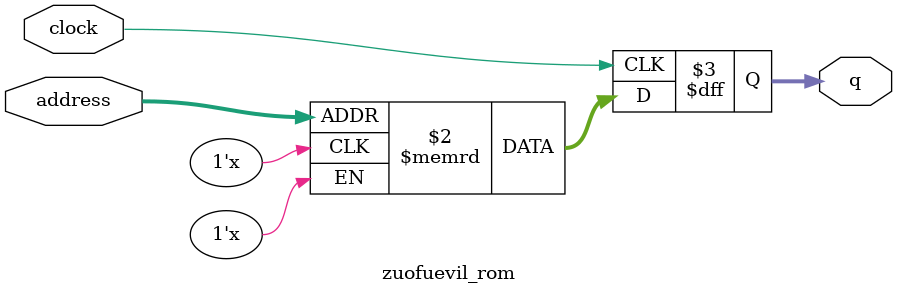
<source format=sv>
module zuofuevil_rom (
	input logic clock,
	input logic [14:0] address,
	output logic [2:0] q
);

logic [2:0] memory [0:19199] /* synthesis ram_init_file = "./zuofuevil/zuofuevil.COE" */;

always_ff @ (posedge clock) begin
	q <= memory[address];
end

endmodule

</source>
